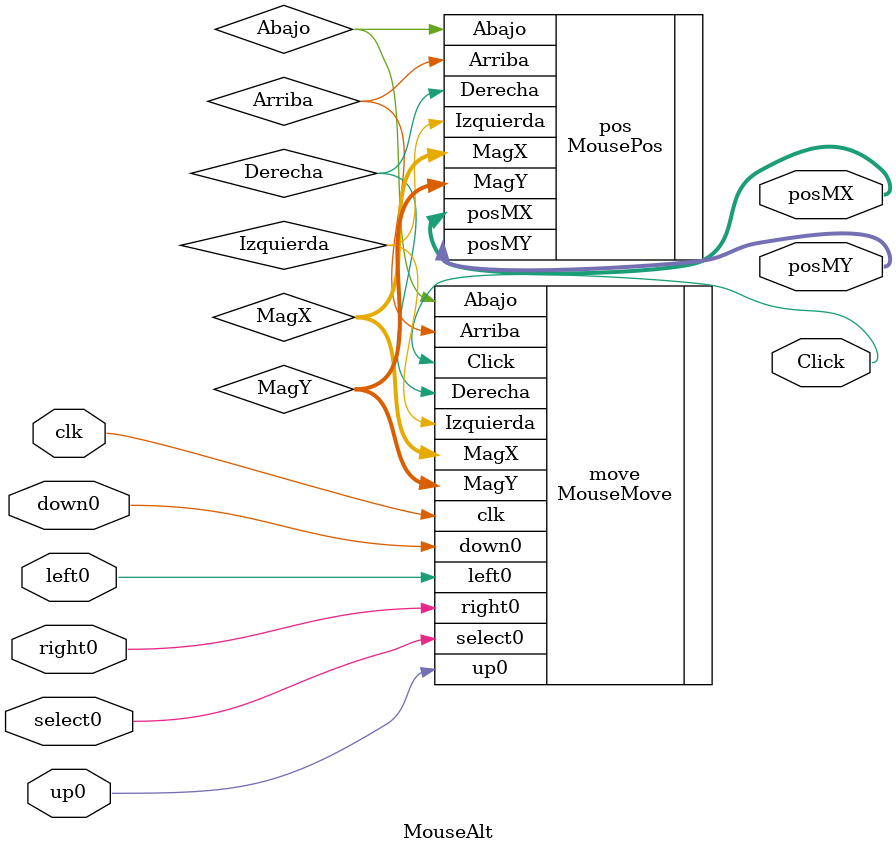
<source format=v>
`timescale 1ns / 1ps
module MouseAlt(
	 input clk,
	 input up0,
	 input down0,
	 input left0,
	 input right0,
	 input select0,
	 output Click,
	 output [9:0] posMX, posMY
    );

wire [7:0] MagX, MagY;
wire Izquierda, Derecha, Arriba, Abajo;

MouseMove move (
	.clk(clk),
	.up0(up0),
	.down0(down0),
	.left0(left0),
	.right0(right0),
	.select0(select0),
	.Click(Click),
	.Izquierda(Izquierda),
	.Derecha(Derecha),
	.Arriba(Arriba),
	.Abajo(Abajo),
	.MagX(MagX),
	.MagY(MagY)
	);

MousePos pos (
    .MagX(MagX), 
    .MagY(MagY), 
    .Arriba(Arriba), 
    .Abajo(Abajo), 
    .Izquierda(Izquierda), 
    .Derecha(Derecha), 
    .posMX(posMX), 
    .posMY(posMY)
    );
endmodule

</source>
